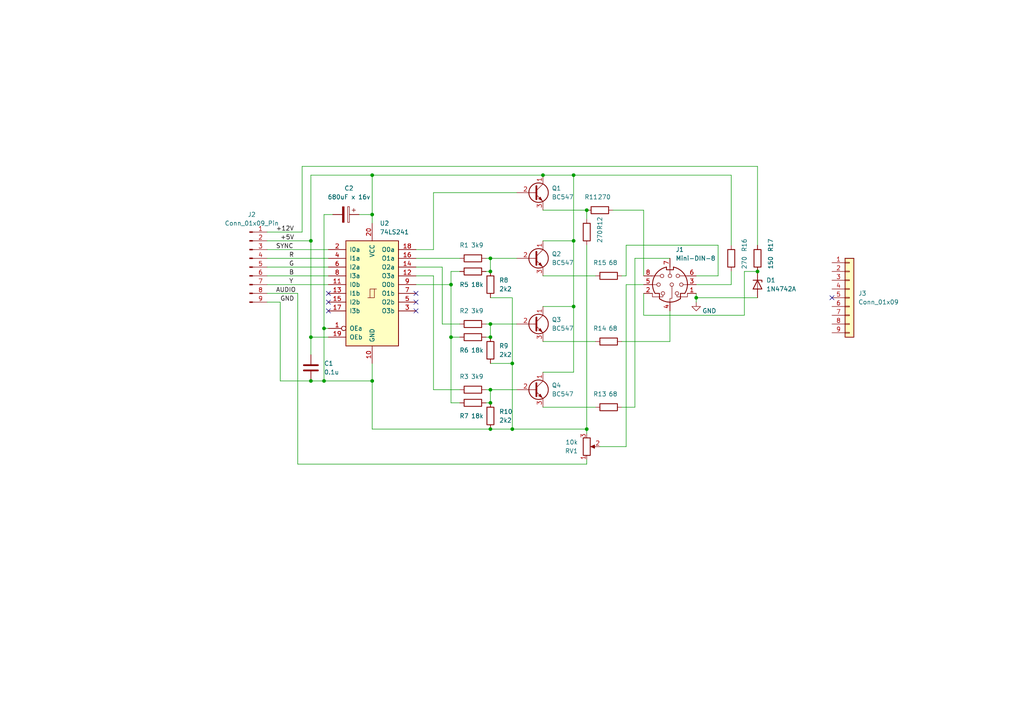
<source format=kicad_sch>
(kicad_sch (version 20230121) (generator eeschema)
  (paper "A4")
  (lib_symbols
    (symbol "74xx:74LS241" (pin_names (offset 1.016))
      (property "Reference" "U" (at -7.62 16.51 0))
      (property "Value" "74LS241" (at -7.62 -16.51 0))
      (symbol "74LS241_1_0"
        (polyline (pts (xy -0.635 -1.27) (xy -0.635 1.27) (xy 0.635 1.27)))
        (polyline (pts (xy -1.27 -1.27) (xy 0.635 -1.27) (xy 0.635 1.27) (xy 1.27 1.27)))
        (pin input inverted (at -12.7 -10.16 0) (length 5.08) (name "OEa") (number "1"))
        (pin power_in line (at 0 -20.32 90) (length 5.08) (name "GND") (number "10"))
        (pin input line (at -12.7 2.54 0) (length 5.08) (name "I0b") (number "11"))
        (pin tri_state line (at 12.7 5.08 180) (length 5.08) (name "O3a") (number "12"))
        (pin input line (at -12.7 0 0) (length 5.08) (name "I1b") (number "13"))
        (pin tri_state line (at 12.7 7.62 180) (length 5.08) (name "O2a") (number "14"))
        (pin input line (at -12.7 -2.54 0) (length 5.08) (name "I2b") (number "15"))
        (pin tri_state line (at 12.7 10.16 180) (length 5.08) (name "O1a") (number "16"))
        (pin input line (at -12.7 -5.08 0) (length 5.08) (name "I3b") (number "17"))
        (pin tri_state line (at 12.7 12.7 180) (length 5.08) (name "O0a") (number "18"))
        (pin input line (at -12.7 -12.7 0) (length 5.08) (name "OEb") (number "19"))
        (pin input line (at -12.7 12.7 0) (length 5.08) (name "I0a") (number "2"))
        (pin power_in line (at 0 20.32 270) (length 5.08) (name "VCC") (number "20"))
        (pin tri_state line (at 12.7 -5.08 180) (length 5.08) (name "O3b") (number "3"))
        (pin input line (at -12.7 10.16 0) (length 5.08) (name "I1a") (number "4"))
        (pin tri_state line (at 12.7 -2.54 180) (length 5.08) (name "O2b") (number "5"))
        (pin input line (at -12.7 7.62 0) (length 5.08) (name "I2a") (number "6"))
        (pin tri_state line (at 12.7 0 180) (length 5.08) (name "O1b") (number "7"))
        (pin input line (at -12.7 5.08 0) (length 5.08) (name "I3a") (number "8"))
        (pin tri_state line (at 12.7 2.54 180) (length 5.08) (name "O0b") (number "9"))
      )
      (symbol "74LS241_1_1"
        (rectangle (start -7.62 15.24) (end 7.62 -15.24) (stroke (width 0.254)) (fill (type background)))
      )
    )
    (symbol "Connector:Conn_01x09_Pin" (pin_names (offset 1.016) hide)
      (property "Reference" "J" (at 0 12.7 0))
      (property "Value" "Conn_01x09_Pin" (at 0 -12.7 0))
      (symbol "Conn_01x09_Pin_1_1"
        (polyline (pts (xy 1.27 -10.16) (xy 0.8636 -10.16)) (stroke (width 0.1524)))
        (polyline (pts (xy 1.27 -7.62) (xy 0.8636 -7.62)) (stroke (width 0.1524)))
        (polyline (pts (xy 1.27 -5.08) (xy 0.8636 -5.08)) (stroke (width 0.1524)))
        (polyline (pts (xy 1.27 -2.54) (xy 0.8636 -2.54)) (stroke (width 0.1524)))
        (polyline (pts (xy 1.27 0) (xy 0.8636 0)) (stroke (width 0.1524)))
        (polyline (pts (xy 1.27 2.54) (xy 0.8636 2.54)) (stroke (width 0.1524)))
        (polyline (pts (xy 1.27 5.08) (xy 0.8636 5.08)) (stroke (width 0.1524)))
        (polyline (pts (xy 1.27 7.62) (xy 0.8636 7.62)) (stroke (width 0.1524)))
        (polyline (pts (xy 1.27 10.16) (xy 0.8636 10.16)) (stroke (width 0.1524)))
        (rectangle (start 0.8636 -10.033) (end 0 -10.287) (stroke (width 0.1524)) (fill (type outline)))
        (rectangle (start 0.8636 -7.493) (end 0 -7.747) (stroke (width 0.1524)) (fill (type outline)))
        (rectangle (start 0.8636 -4.953) (end 0 -5.207) (stroke (width 0.1524)) (fill (type outline)))
        (rectangle (start 0.8636 -2.413) (end 0 -2.667) (stroke (width 0.1524)) (fill (type outline)))
        (rectangle (start 0.8636 0.127) (end 0 -0.127) (stroke (width 0.1524)) (fill (type outline)))
        (rectangle (start 0.8636 2.667) (end 0 2.413) (stroke (width 0.1524)) (fill (type outline)))
        (rectangle (start 0.8636 5.207) (end 0 4.953) (stroke (width 0.1524)) (fill (type outline)))
        (rectangle (start 0.8636 7.747) (end 0 7.493) (stroke (width 0.1524)) (fill (type outline)))
        (rectangle (start 0.8636 10.287) (end 0 10.033) (stroke (width 0.1524)) (fill (type outline)))
        (pin passive line (at 5.08 10.16 180) (length 3.81) (name "Pin_1") (number "1"))
        (pin passive line (at 5.08 7.62 180) (length 3.81) (name "Pin_2") (number "2"))
        (pin passive line (at 5.08 5.08 180) (length 3.81) (name "Pin_3") (number "3"))
        (pin passive line (at 5.08 2.54 180) (length 3.81) (name "Pin_4") (number "4"))
        (pin passive line (at 5.08 0 180) (length 3.81) (name "Pin_5") (number "5"))
        (pin passive line (at 5.08 -2.54 180) (length 3.81) (name "Pin_6") (number "6"))
        (pin passive line (at 5.08 -5.08 180) (length 3.81) (name "Pin_7") (number "7"))
        (pin passive line (at 5.08 -7.62 180) (length 3.81) (name "Pin_8") (number "8"))
        (pin passive line (at 5.08 -10.16 180) (length 3.81) (name "Pin_9") (number "9"))
      )
    )
    (symbol "Connector:Mini-DIN-8" (pin_names (offset 1.016))
      (property "Reference" "J" (at 5.08 5.08 0))
      (property "Value" "Mini-DIN-8" (at 10.668 -5.08 0))
      (symbol "Mini-DIN-8_0_1"
        (circle (center -3.302 0) (radius 0.508))
        (arc (start -3.048 -4.064) (mid 0 -5.08) (end 3.048 -4.064) (stroke (width 0.254)))
        (circle (center -2.286 2.5146) (radius 0.508))
        (circle (center -2.032 -2.54) (radius 0.508))
        (arc (start -1.016 5.08) (mid -4.6228 2.1214) (end -4.318 -2.54) (stroke (width 0.254)))
        (polyline (pts (xy -3.81 0) (xy -5.08 0)))
        (polyline (pts (xy -2.794 2.54) (xy -5.334 2.54)))
        (polyline (pts (xy 0 5.1054) (xy 0 3.048)))
        (polyline (pts (xy 2.794 2.54) (xy 5.08 2.54)))
        (polyline (pts (xy 5.08 0) (xy 3.81 0)))
        (polyline (pts (xy -4.318 -2.54) (xy -3.048 -2.54) (xy -3.048 -4.064)) (stroke (width 0.254)))
        (polyline (pts (xy 4.318 -2.54) (xy 3.048 -2.54) (xy 3.048 -4.064)) (stroke (width 0.254)))
        (polyline (pts (xy -2.032 -3.048) (xy -2.032 -3.556) (xy -5.08 -3.556) (xy -5.08 -2.54)))
        (polyline (pts (xy -1.016 5.08) (xy -1.016 4.318) (xy 1.016 4.318) (xy 1.016 5.08)) (stroke (width 0.254)))
        (polyline (pts (xy 0.5842 -0.508) (xy 0.5842 -4.0132) (xy 0 -4.0132) (xy 0 -5.1816)))
        (polyline (pts (xy 2.032 -3.048) (xy 2.032 -3.556) (xy 5.08 -3.556) (xy 5.08 -2.54)))
        (circle (center 0 2.54) (radius 0.508))
        (circle (center 2.032 -2.54) (radius 0.508))
        (circle (center 2.286 2.54) (radius 0.508))
        (circle (center 3.302 0) (radius 0.508))
        (arc (start 4.318 -2.54) (mid 4.6661 2.1322) (end 1.016 5.08) (stroke (width 0.254)))
      )
      (symbol "Mini-DIN-8_1_1"
        (circle (center 0.5334 0) (radius 0.508))
        (pin passive line (at 7.62 -2.54 180) (length 2.54) (name "~") (number "1"))
        (pin passive line (at -7.62 -2.54 0) (length 2.54) (name "~") (number "2"))
        (pin passive line (at 7.62 0 180) (length 2.54) (name "~") (number "3"))
        (pin passive line (at 0 -7.62 90) (length 2.54) (name "~") (number "4"))
        (pin passive line (at -7.62 0 0) (length 2.54) (name "~") (number "5"))
        (pin passive line (at 7.62 2.54 180) (length 2.54) (name "~") (number "6"))
        (pin passive line (at 0 7.62 270) (length 2.54) (name "~") (number "7"))
        (pin passive line (at -7.62 2.54 0) (length 2.54) (name "~") (number "8"))
      )
    )
    (symbol "Connector_Generic:Conn_01x09" (pin_names (offset 1.016) hide)
      (property "Reference" "J" (at 0 12.7 0))
      (property "Value" "Conn_01x09" (at 0 -12.7 0))
      (symbol "Conn_01x09_1_1"
        (rectangle (start -1.27 -10.033) (end 0 -10.287) (stroke (width 0.1524)))
        (rectangle (start -1.27 -7.493) (end 0 -7.747) (stroke (width 0.1524)))
        (rectangle (start -1.27 -4.953) (end 0 -5.207) (stroke (width 0.1524)))
        (rectangle (start -1.27 -2.413) (end 0 -2.667) (stroke (width 0.1524)))
        (rectangle (start -1.27 0.127) (end 0 -0.127) (stroke (width 0.1524)))
        (rectangle (start -1.27 2.667) (end 0 2.413) (stroke (width 0.1524)))
        (rectangle (start -1.27 5.207) (end 0 4.953) (stroke (width 0.1524)))
        (rectangle (start -1.27 7.747) (end 0 7.493) (stroke (width 0.1524)))
        (rectangle (start -1.27 10.287) (end 0 10.033) (stroke (width 0.1524)))
        (rectangle (start -1.27 11.43) (end 1.27 -11.43) (stroke (width 0.254)) (fill (type background)))
        (pin passive line (at -5.08 10.16 0) (length 3.81) (name "Pin_1") (number "1"))
        (pin passive line (at -5.08 7.62 0) (length 3.81) (name "Pin_2") (number "2"))
        (pin passive line (at -5.08 5.08 0) (length 3.81) (name "Pin_3") (number "3"))
        (pin passive line (at -5.08 2.54 0) (length 3.81) (name "Pin_4") (number "4"))
        (pin passive line (at -5.08 0 0) (length 3.81) (name "Pin_5") (number "5"))
        (pin passive line (at -5.08 -2.54 0) (length 3.81) (name "Pin_6") (number "6"))
        (pin passive line (at -5.08 -5.08 0) (length 3.81) (name "Pin_7") (number "7"))
        (pin passive line (at -5.08 -7.62 0) (length 3.81) (name "Pin_8") (number "8"))
        (pin passive line (at -5.08 -10.16 0) (length 3.81) (name "Pin_9") (number "9"))
      )
    )
    (symbol "Device:C" (pin_numbers hide) (pin_names (offset 0.254))
      (property "Reference" "C" (at 0.635 2.54 0))
      (property "Value" "C" (at 0.635 -2.54 0))
      (symbol "C_0_1"
        (polyline (pts (xy -2.032 -0.762) (xy 2.032 -0.762)) (stroke (width 0.508)))
        (polyline (pts (xy -2.032 0.762) (xy 2.032 0.762)) (stroke (width 0.508)))
      )
      (symbol "C_1_1"
        (pin passive line (at 0 3.81 270) (length 2.794) (name "~") (number "1"))
        (pin passive line (at 0 -3.81 90) (length 2.794) (name "~") (number "2"))
      )
    )
    (symbol "Device:C_Polarized" (pin_numbers hide) (pin_names (offset 0.254))
      (property "Reference" "C" (at 0.635 2.54 0))
      (property "Value" "C_Polarized" (at 0.635 -2.54 0))
      (symbol "C_Polarized_0_1"
        (rectangle (start -2.286 0.508) (end 2.286 1.016))
        (polyline (pts (xy -1.778 2.286) (xy -0.762 2.286)))
        (polyline (pts (xy -1.27 2.794) (xy -1.27 1.778)))
        (rectangle (start 2.286 -0.508) (end -2.286 -1.016) (fill (type outline)))
      )
      (symbol "C_Polarized_1_1"
        (pin passive line (at 0 3.81 270) (length 2.794) (name "~") (number "1"))
        (pin passive line (at 0 -3.81 90) (length 2.794) (name "~") (number "2"))
      )
    )
    (symbol "Device:R" (pin_numbers hide) (pin_names (offset 0))
      (property "Reference" "R" (at 2.032 0 90))
      (property "Value" "R" (at 0 0 90))
      (symbol "R_0_1"
        (rectangle (start -1.016 -2.54) (end 1.016 2.54) (stroke (width 0.254)))
      )
      (symbol "R_1_1"
        (pin passive line (at 0 3.81 270) (length 1.27) (name "~") (number "1"))
        (pin passive line (at 0 -3.81 90) (length 1.27) (name "~") (number "2"))
      )
    )
    (symbol "Device:R_Potentiometer" (pin_names (offset 1.016) hide)
      (property "Reference" "RV" (at -4.445 0 90))
      (property "Value" "R_Potentiometer" (at -2.54 0 90))
      (symbol "R_Potentiometer_0_1"
        (polyline (pts (xy 2.54 0) (xy 1.524 0)))
        (polyline (pts (xy 1.143 0) (xy 2.286 0.508) (xy 2.286 -0.508) (xy 1.143 0)) (fill (type outline)))
        (rectangle (start 1.016 2.54) (end -1.016 -2.54) (stroke (width 0.254)))
      )
      (symbol "R_Potentiometer_1_1"
        (pin passive line (at 0 3.81 270) (length 1.27) (name "1") (number "1"))
        (pin passive line (at 3.81 0 180) (length 1.27) (name "2") (number "2"))
        (pin passive line (at 0 -3.81 90) (length 1.27) (name "3") (number "3"))
      )
    )
    (symbol "Diode:1N47xxA" (pin_numbers hide) (pin_names hide)
      (property "Reference" "D" (at 0 2.54 0))
      (property "Value" "1N47xxA" (at 0 -2.54 0))
      (symbol "1N47xxA_0_1"
        (polyline (pts (xy 1.27 0) (xy -1.27 0)))
        (polyline (pts (xy -1.27 -1.27) (xy -1.27 1.27) (xy -0.762 1.27)) (stroke (width 0.254)))
        (polyline (pts (xy 1.27 -1.27) (xy 1.27 1.27) (xy -1.27 0) (xy 1.27 -1.27)) (stroke (width 0.254)))
      )
      (symbol "1N47xxA_1_1"
        (pin passive line (at -3.81 0 0) (length 2.54) (name "K") (number "1"))
        (pin passive line (at 3.81 0 180) (length 2.54) (name "A") (number "2"))
      )
    )
    (symbol "Transistor_BJT:BC547" (pin_names (offset 0) hide)
      (property "Reference" "Q" (at 5.08 1.905 0))
      (property "Value" "BC547" (at 5.08 0 0))
      (symbol "BC547_0_1"
        (polyline (pts (xy 0 0) (xy 0.635 0)))
        (polyline (pts (xy 0.635 0.635) (xy 2.54 2.54)))
        (polyline (pts (xy 0.635 -0.635) (xy 2.54 -2.54) (xy 2.54 -2.54)))
        (polyline (pts (xy 0.635 1.905) (xy 0.635 -1.905) (xy 0.635 -1.905)) (stroke (width 0.508)))
        (polyline (pts (xy 1.27 -1.778) (xy 1.778 -1.27) (xy 2.286 -2.286) (xy 1.27 -1.778) (xy 1.27 -1.778)) (fill (type outline)))
        (circle (center 1.27 0) (radius 2.8194) (stroke (width 0.254)))
      )
      (symbol "BC547_1_1"
        (pin passive line (at 2.54 5.08 270) (length 2.54) (name "C") (number "1"))
        (pin input line (at -5.08 0 0) (length 5.08) (name "B") (number "2"))
        (pin passive line (at 2.54 -5.08 90) (length 2.54) (name "E") (number "3"))
      )
    )
    (symbol "power:GND" (power) (pin_names (offset 0))
      (property "Value" "GND" (at 0 -3.81 0))
      (symbol "GND_0_1"
        (polyline (pts (xy 0 0) (xy 0 -1.27) (xy 1.27 -1.27) (xy 0 -2.54) (xy -1.27 -1.27) (xy 0 -1.27)))
      )
      (symbol "GND_1_1"
        (pin power_in line (at 0 0 270) (length 0) hide (name "GND") (number "1"))
      )
    )
  )
  (junction (at 93.98 95.25))
  (junction (at 107.95 50.8))
  (junction (at 170.18 60.96))
  (junction (at 142.24 74.93))
  (junction (at 107.95 110.49))
  (junction (at 166.37 50.8))
  (junction (at 148.59 105.41))
  (junction (at 157.48 50.8))
  (junction (at 166.37 69.85))
  (junction (at 170.18 124.46))
  (junction (at 142.24 116.84))
  (junction (at 90.17 69.85))
  (junction (at 142.24 78.74))
  (junction (at 201.93 86.36))
  (junction (at 90.17 110.49))
  (junction (at 107.95 62.23))
  (junction (at 148.59 124.46))
  (junction (at 142.24 124.46))
  (junction (at 90.17 97.79))
  (junction (at 142.24 97.79))
  (junction (at 142.24 113.03))
  (junction (at 93.98 110.49))
  (junction (at 130.81 82.55))
  (junction (at 130.81 97.79))
  (junction (at 219.71 78.74))
  (junction (at 166.37 88.9))
  (junction (at 142.24 93.98))
  (no_connect (at 120.65 90.17))
  (no_connect (at 120.65 87.63))
  (no_connect (at 95.25 87.63))
  (no_connect (at 241.3 86.36))
  (no_connect (at 95.25 90.17))
  (no_connect (at 120.65 85.09))
  (no_connect (at 95.25 85.09))
  (wire (pts (xy 194.31 99.06) (xy 194.31 90.17)))
  (wire (pts (xy 186.69 85.09) (xy 186.69 91.44)))
  (wire (pts (xy 215.9 78.74) (xy 219.71 78.74)))
  (wire (pts (xy 208.28 80.01) (xy 201.93 80.01)))
  (wire (pts (xy 140.97 113.03) (xy 142.24 113.03)))
  (wire (pts (xy 148.59 124.46) (xy 148.59 105.41)))
  (wire (pts (xy 133.35 116.84) (xy 130.81 116.84)))
  (wire (pts (xy 157.48 80.01) (xy 172.72 80.01)))
  (wire (pts (xy 157.48 118.11) (xy 172.72 118.11)))
  (wire (pts (xy 130.81 116.84) (xy 130.81 97.79)))
  (wire (pts (xy 90.17 97.79) (xy 95.25 97.79)))
  (wire (pts (xy 201.93 87.63) (xy 201.93 86.36)))
  (wire (pts (xy 87.63 48.26) (xy 87.63 67.31)))
  (wire (pts (xy 170.18 125.73) (xy 170.18 124.46)))
  (wire (pts (xy 120.65 80.01) (xy 125.73 80.01)))
  (wire (pts (xy 90.17 50.8) (xy 107.95 50.8)))
  (wire (pts (xy 125.73 80.01) (xy 125.73 113.03)))
  (wire (pts (xy 120.65 77.47) (xy 128.27 77.47)))
  (wire (pts (xy 77.47 67.31) (xy 87.63 67.31)))
  (wire (pts (xy 142.24 124.46) (xy 148.59 124.46)))
  (wire (pts (xy 120.65 72.39) (xy 125.73 72.39)))
  (wire (pts (xy 212.09 50.8) (xy 166.37 50.8)))
  (wire (pts (xy 90.17 69.85) (xy 90.17 50.8)))
  (wire (pts (xy 180.34 99.06) (xy 194.31 99.06)))
  (wire (pts (xy 181.61 82.55) (xy 181.61 129.54)))
  (wire (pts (xy 219.71 71.12) (xy 219.71 48.26)))
  (wire (pts (xy 77.47 69.85) (xy 90.17 69.85)))
  (wire (pts (xy 157.48 60.96) (xy 170.18 60.96)))
  (wire (pts (xy 77.47 77.47) (xy 95.25 77.47)))
  (wire (pts (xy 208.28 71.12) (xy 208.28 80.01)))
  (wire (pts (xy 120.65 82.55) (xy 130.81 82.55)))
  (wire (pts (xy 77.47 87.63) (xy 81.28 87.63)))
  (wire (pts (xy 170.18 134.62) (xy 170.18 133.35)))
  (wire (pts (xy 212.09 71.12) (xy 212.09 50.8)))
  (wire (pts (xy 140.97 116.84) (xy 142.24 116.84)))
  (wire (pts (xy 107.95 124.46) (xy 142.24 124.46)))
  (wire (pts (xy 201.93 86.36) (xy 201.93 85.09)))
  (wire (pts (xy 157.48 69.85) (xy 166.37 69.85)))
  (wire (pts (xy 212.09 82.55) (xy 212.09 78.74)))
  (wire (pts (xy 125.73 113.03) (xy 133.35 113.03)))
  (wire (pts (xy 90.17 69.85) (xy 90.17 97.79)))
  (wire (pts (xy 201.93 86.36) (xy 219.71 86.36)))
  (wire (pts (xy 173.99 129.54) (xy 181.61 129.54)))
  (wire (pts (xy 77.47 72.39) (xy 95.25 72.39)))
  (wire (pts (xy 201.93 82.55) (xy 212.09 82.55)))
  (wire (pts (xy 186.69 82.55) (xy 181.61 82.55)))
  (wire (pts (xy 142.24 113.03) (xy 149.86 113.03)))
  (wire (pts (xy 148.59 105.41) (xy 142.24 105.41)))
  (wire (pts (xy 120.65 74.93) (xy 133.35 74.93)))
  (wire (pts (xy 90.17 110.49) (xy 93.98 110.49)))
  (wire (pts (xy 148.59 86.36) (xy 148.59 105.41)))
  (wire (pts (xy 142.24 93.98) (xy 149.86 93.98)))
  (wire (pts (xy 157.48 50.8) (xy 166.37 50.8)))
  (wire (pts (xy 140.97 78.74) (xy 142.24 78.74)))
  (wire (pts (xy 107.95 50.8) (xy 157.48 50.8)))
  (wire (pts (xy 186.69 60.96) (xy 186.69 80.01)))
  (wire (pts (xy 107.95 62.23) (xy 107.95 50.8)))
  (wire (pts (xy 128.27 93.98) (xy 133.35 93.98)))
  (wire (pts (xy 90.17 97.79) (xy 90.17 102.87)))
  (wire (pts (xy 170.18 124.46) (xy 148.59 124.46)))
  (wire (pts (xy 86.36 134.62) (xy 170.18 134.62)))
  (wire (pts (xy 142.24 116.84) (xy 142.24 113.03)))
  (wire (pts (xy 81.28 87.63) (xy 81.28 110.49)))
  (wire (pts (xy 104.14 62.23) (xy 107.95 62.23)))
  (wire (pts (xy 184.15 74.93) (xy 184.15 118.11)))
  (wire (pts (xy 93.98 110.49) (xy 107.95 110.49)))
  (wire (pts (xy 166.37 88.9) (xy 157.48 88.9)))
  (wire (pts (xy 142.24 74.93) (xy 149.86 74.93)))
  (wire (pts (xy 133.35 78.74) (xy 130.81 78.74)))
  (wire (pts (xy 180.34 80.01) (xy 181.61 80.01)))
  (wire (pts (xy 184.15 118.11) (xy 180.34 118.11)))
  (wire (pts (xy 219.71 48.26) (xy 87.63 48.26)))
  (wire (pts (xy 77.47 80.01) (xy 95.25 80.01)))
  (wire (pts (xy 95.25 95.25) (xy 93.98 95.25)))
  (wire (pts (xy 77.47 85.09) (xy 86.36 85.09)))
  (wire (pts (xy 107.95 105.41) (xy 107.95 110.49)))
  (wire (pts (xy 166.37 50.8) (xy 166.37 69.85)))
  (wire (pts (xy 215.9 91.44) (xy 215.9 78.74)))
  (wire (pts (xy 130.81 78.74) (xy 130.81 82.55)))
  (wire (pts (xy 93.98 62.23) (xy 93.98 95.25)))
  (wire (pts (xy 181.61 80.01) (xy 181.61 71.12)))
  (wire (pts (xy 140.97 74.93) (xy 142.24 74.93)))
  (wire (pts (xy 107.95 64.77) (xy 107.95 62.23)))
  (wire (pts (xy 170.18 71.12) (xy 170.18 124.46)))
  (wire (pts (xy 170.18 60.96) (xy 170.18 63.5)))
  (wire (pts (xy 186.69 91.44) (xy 215.9 91.44)))
  (wire (pts (xy 181.61 71.12) (xy 208.28 71.12)))
  (wire (pts (xy 166.37 69.85) (xy 166.37 88.9)))
  (wire (pts (xy 125.73 55.88) (xy 149.86 55.88)))
  (wire (pts (xy 77.47 82.55) (xy 95.25 82.55)))
  (wire (pts (xy 140.97 93.98) (xy 142.24 93.98)))
  (wire (pts (xy 77.47 74.93) (xy 95.25 74.93)))
  (wire (pts (xy 107.95 110.49) (xy 107.95 124.46)))
  (wire (pts (xy 81.28 110.49) (xy 90.17 110.49)))
  (wire (pts (xy 177.8 60.96) (xy 186.69 60.96)))
  (wire (pts (xy 194.31 74.93) (xy 184.15 74.93)))
  (wire (pts (xy 140.97 97.79) (xy 142.24 97.79)))
  (wire (pts (xy 166.37 107.95) (xy 166.37 88.9)))
  (wire (pts (xy 157.48 99.06) (xy 172.72 99.06)))
  (wire (pts (xy 142.24 97.79) (xy 142.24 93.98)))
  (wire (pts (xy 130.81 97.79) (xy 133.35 97.79)))
  (wire (pts (xy 157.48 107.95) (xy 166.37 107.95)))
  (wire (pts (xy 93.98 95.25) (xy 93.98 110.49)))
  (wire (pts (xy 125.73 72.39) (xy 125.73 55.88)))
  (wire (pts (xy 86.36 85.09) (xy 86.36 134.62)))
  (wire (pts (xy 128.27 77.47) (xy 128.27 93.98)))
  (wire (pts (xy 96.52 62.23) (xy 93.98 62.23)))
  (wire (pts (xy 142.24 86.36) (xy 148.59 86.36)))
  (wire (pts (xy 142.24 78.74) (xy 142.24 74.93)))
  (wire (pts (xy 130.81 82.55) (xy 130.81 97.79)))
  (label "Y" (at 83.82 82.55 0))
  (label "B" (at 83.82 80.01 0))
  (label "+5V" (at 81.28 69.85 0))
  (label "SYNC" (at 80.01 72.39 0))
  (label "G" (at 83.82 77.47 0))
  (label "R" (at 83.82 74.93 0))
  (label "GND" (at 81.28 87.63 0))
  (label "+12V" (at 80.01 67.31 0))
  (label "AUDIO" (at 80.01 85.09 0))
  (symbol (lib_id "Device:R") (at 137.16 113.03 90) (unit 1)
    (property "Reference" "R3" (at 134.62 109.22 90))
    (property "Value" "3k9" (at 138.43 109.22 90))
    (property "Footprint" "Resistor_THT:R_Axial_DIN0204_L3.6mm_D1.6mm_P5.08mm_Horizontal" (effects hide))
  )
  (symbol (lib_id "Device:C_Polarized") (at 100.33 62.23 270) (unit 1)
    (property "Reference" "C2" (at 101.219 54.61 90))
    (property "Value" "680uF x 16v" (at 101.219 57.15 90))
    (property "Footprint" "Capacitor_THT:CP_Radial_D5.0mm_P2.50mm" (effects hide))
  )
  (symbol (lib_id "Device:R") (at 219.71 74.93 0) (unit 1)
    (property "Reference" "R17" (at 223.52 71.12 90))
    (property "Value" "150" (at 223.52 76.2 90))
    (property "Footprint" "Resistor_THT:R_Axial_DIN0204_L3.6mm_D1.6mm_P5.08mm_Horizontal" (effects hide))
  )
  (symbol (lib_id "Diode:1N47xxA") (at 219.71 82.55 270) (unit 1)
    (property "Reference" "D1" (at 222.25 81.28 90) (effects (justify left)))
    (property "Value" "1N4742A" (at 222.25 83.82 90) (effects (justify left)))
    (property "Footprint" "Diode_THT:D_DO-41_SOD81_P10.16mm_Horizontal" (effects hide))
    (property "Datasheet" "https://www.vishay.com/docs/85816/1n4728a.pdf" (effects hide))
  )
  (symbol (lib_id "Device:R") (at 137.16 78.74 90) (mirror x) (unit 1)
    (property "Reference" "R5" (at 134.62 82.55 90))
    (property "Value" "18k" (at 138.43 82.55 90))
    (property "Footprint" "Resistor_THT:R_Axial_DIN0204_L3.6mm_D1.6mm_P5.08mm_Horizontal" (effects hide))
  )
  (symbol (lib_id "power:GND") (at 201.93 87.63 0) (unit 1)
    (property "Reference" "#PWR013" (effects hide))
    (property "Value" "GND" (at 205.74 90.17 0))
  )
  (symbol (lib_id "Device:R") (at 173.99 60.96 90) (unit 1)
    (property "Reference" "R11" (at 171.45 57.15 90))
    (property "Value" "270" (at 175.26 57.15 90))
    (property "Footprint" "Resistor_THT:R_Axial_DIN0204_L3.6mm_D1.6mm_P5.08mm_Horizontal" (effects hide))
  )
  (symbol (lib_id "Device:R") (at 170.18 67.31 0) (unit 1)
    (property "Reference" "R12" (at 173.99 64.77 90))
    (property "Value" "270" (at 173.99 68.58 90))
    (property "Footprint" "Resistor_THT:R_Axial_DIN0204_L3.6mm_D1.6mm_P5.08mm_Horizontal" (effects hide))
  )
  (symbol (lib_id "Device:R_Potentiometer") (at 170.18 129.54 0) (mirror x) (unit 1)
    (property "Reference" "RV1" (at 167.64 130.81 0) (effects (justify right)))
    (property "Value" "10k" (at 167.64 128.27 0) (effects (justify right)))
    (property "Footprint" "Potentiometer_THT:Potentiometer_Piher_PT-6-V_Vertical" (effects hide))
  )
  (symbol (lib_id "Device:R") (at 142.24 120.65 0) (unit 1)
    (property "Reference" "R10" (at 144.78 119.38 0) (effects (justify left)))
    (property "Value" "2k2" (at 144.78 121.92 0) (effects (justify left)))
    (property "Footprint" "Resistor_THT:R_Axial_DIN0204_L3.6mm_D1.6mm_P5.08mm_Horizontal" (effects hide))
  )
  (symbol (lib_id "Device:C") (at 90.17 106.68 0) (unit 1)
    (property "Reference" "C1" (at 93.98 105.41 0) (effects (justify left)))
    (property "Value" "0.1u" (at 93.98 107.95 0) (effects (justify left)))
    (property "Footprint" "Capacitor_THT:C_Disc_D4.3mm_W1.9mm_P5.00mm" (effects hide))
  )
  (symbol (lib_id "Transistor_BJT:BC547") (at 154.94 74.93 0) (unit 1)
    (property "Reference" "Q2" (at 160.02 73.66 0) (effects (justify left)))
    (property "Value" "BC547" (at 160.02 76.2 0) (effects (justify left)))
    (property "Footprint" "Package_TO_SOT_THT:TO-92_Inline" (effects hide))
    (property "Datasheet" "https://www.onsemi.com/pub/Collateral/BC550-D.pdf" (effects hide))
  )
  (symbol (lib_id "Connector_Generic:Conn_01x09") (at 246.38 86.36 0) (unit 1)
    (property "Reference" "J3" (at 248.92 85.09 0) (effects (justify left)))
    (property "Value" "Conn_01x09" (at 248.92 87.63 0) (effects (justify left)))
  )
  (symbol (lib_id "74xx:74LS241") (at 107.95 85.09 0) (unit 1)
    (property "Reference" "U2" (at 110.1441 64.77 0) (effects (justify left)))
    (property "Value" "74LS241" (at 110.1441 67.31 0) (effects (justify left)))
    (property "Footprint" "Package_DIP:DIP-20_W7.62mm_LongPads" (effects hide))
    (property "Datasheet" "http://www.ti.com/lit/ds/symlink/sn74ls241.pdf" (effects hide))
  )
  (symbol (lib_id "Transistor_BJT:BC547") (at 154.94 93.98 0) (unit 1)
    (property "Reference" "Q3" (at 160.02 92.71 0) (effects (justify left)))
    (property "Value" "BC547" (at 160.02 95.25 0) (effects (justify left)))
    (property "Footprint" "Package_TO_SOT_THT:TO-92_Inline" (effects hide))
    (property "Datasheet" "https://www.onsemi.com/pub/Collateral/BC550-D.pdf" (effects hide))
  )
  (symbol (lib_id "Device:R") (at 212.09 74.93 0) (unit 1)
    (property "Reference" "R16" (at 215.9 71.12 90))
    (property "Value" "270" (at 215.9 76.2 90))
    (property "Footprint" "Resistor_THT:R_Axial_DIN0204_L3.6mm_D1.6mm_P5.08mm_Horizontal" (effects hide))
  )
  (symbol (lib_id "Device:R") (at 176.53 80.01 90) (unit 1)
    (property "Reference" "R15" (at 173.99 76.2 90))
    (property "Value" "68" (at 177.8 76.2 90))
    (property "Footprint" "Resistor_THT:R_Axial_DIN0204_L3.6mm_D1.6mm_P5.08mm_Horizontal" (effects hide))
  )
  (symbol (lib_id "Connector:Mini-DIN-8") (at 194.31 82.55 0) (unit 1)
    (property "Reference" "J1" (at 195.9611 72.39 0) (effects (justify left)))
    (property "Value" "Mini-DIN-8" (at 195.9611 74.93 0) (effects (justify left)))
    (property "Footprint" "w_conn_av:minidin-8" (effects hide))
    (property "Datasheet" "http://service.powerdynamics.com/ec/Catalog17/Section%2011.pdf" (effects hide))
  )
  (symbol (lib_id "Device:R") (at 142.24 82.55 0) (unit 1)
    (property "Reference" "R8" (at 144.78 81.28 0) (effects (justify left)))
    (property "Value" "2k2" (at 144.78 83.82 0) (effects (justify left)))
    (property "Footprint" "Resistor_THT:R_Axial_DIN0204_L3.6mm_D1.6mm_P5.08mm_Horizontal" (effects hide))
  )
  (symbol (lib_id "Device:R") (at 142.24 101.6 0) (unit 1)
    (property "Reference" "R9" (at 144.78 100.33 0) (effects (justify left)))
    (property "Value" "2k2" (at 144.78 102.87 0) (effects (justify left)))
    (property "Footprint" "Resistor_THT:R_Axial_DIN0204_L3.6mm_D1.6mm_P5.08mm_Horizontal" (effects hide))
  )
  (symbol (lib_id "Device:R") (at 137.16 116.84 90) (mirror x) (unit 1)
    (property "Reference" "R7" (at 134.62 120.65 90))
    (property "Value" "18k" (at 138.43 120.65 90))
    (property "Footprint" "Resistor_THT:R_Axial_DIN0204_L3.6mm_D1.6mm_P5.08mm_Horizontal" (effects hide))
  )
  (symbol (lib_id "Connector:Conn_01x09_Pin") (at 72.39 77.47 0) (unit 1)
    (property "Reference" "J2" (at 73.025 62.23 0))
    (property "Value" "Conn_01x09_Pin" (at 73.025 64.77 0))
    (property "Footprint" "Connector_PinHeader_2.54mm:PinHeader_1x09_P2.54mm_Vertical" (effects hide))
  )
  (symbol (lib_id "Device:R") (at 137.16 93.98 90) (unit 1)
    (property "Reference" "R2" (at 134.62 90.17 90))
    (property "Value" "3k9" (at 138.43 90.17 90))
    (property "Footprint" "Resistor_THT:R_Axial_DIN0204_L3.6mm_D1.6mm_P5.08mm_Horizontal" (effects hide))
  )
  (symbol (lib_id "Device:R") (at 176.53 99.06 90) (unit 1)
    (property "Reference" "R14" (at 173.99 95.25 90))
    (property "Value" "68" (at 177.8 95.25 90))
    (property "Footprint" "Resistor_THT:R_Axial_DIN0204_L3.6mm_D1.6mm_P5.08mm_Horizontal" (effects hide))
  )
  (symbol (lib_id "Device:R") (at 137.16 97.79 270) (unit 1)
    (property "Reference" "R6" (at 134.62 101.6 90))
    (property "Value" "18k" (at 138.43 101.6 90))
    (property "Footprint" "Resistor_THT:R_Axial_DIN0204_L3.6mm_D1.6mm_P5.08mm_Horizontal" (effects hide))
  )
  (symbol (lib_id "Transistor_BJT:BC547") (at 154.94 55.88 0) (unit 1)
    (property "Reference" "Q1" (at 160.02 54.61 0) (effects (justify left)))
    (property "Value" "BC547" (at 160.02 57.15 0) (effects (justify left)))
    (property "Footprint" "Package_TO_SOT_THT:TO-92_Inline" (effects hide))
    (property "Datasheet" "https://www.onsemi.com/pub/Collateral/BC550-D.pdf" (effects hide))
  )
  (symbol (lib_id "Device:R") (at 137.16 74.93 90) (unit 1)
    (property "Reference" "R1" (at 134.62 71.12 90))
    (property "Value" "3k9" (at 138.43 71.12 90))
    (property "Footprint" "Resistor_THT:R_Axial_DIN0204_L3.6mm_D1.6mm_P5.08mm_Horizontal" (effects hide))
  )
  (symbol (lib_id "Device:R") (at 176.53 118.11 90) (unit 1)
    (property "Reference" "R13" (at 173.99 114.3 90))
    (property "Value" "68" (at 177.8 114.3 90))
    (property "Footprint" "Resistor_THT:R_Axial_DIN0204_L3.6mm_D1.6mm_P5.08mm_Horizontal" (effects hide))
  )
  (symbol (lib_id "Transistor_BJT:BC547") (at 154.94 113.03 0) (unit 1)
    (property "Reference" "Q4" (at 160.02 111.76 0) (effects (justify left)))
    (property "Value" "BC547" (at 160.02 114.3 0) (effects (justify left)))
    (property "Footprint" "Package_TO_SOT_THT:TO-92_Inline" (effects hide))
    (property "Datasheet" "https://www.onsemi.com/pub/Collateral/BC550-D.pdf" (effects hide))
  )
)
</source>
